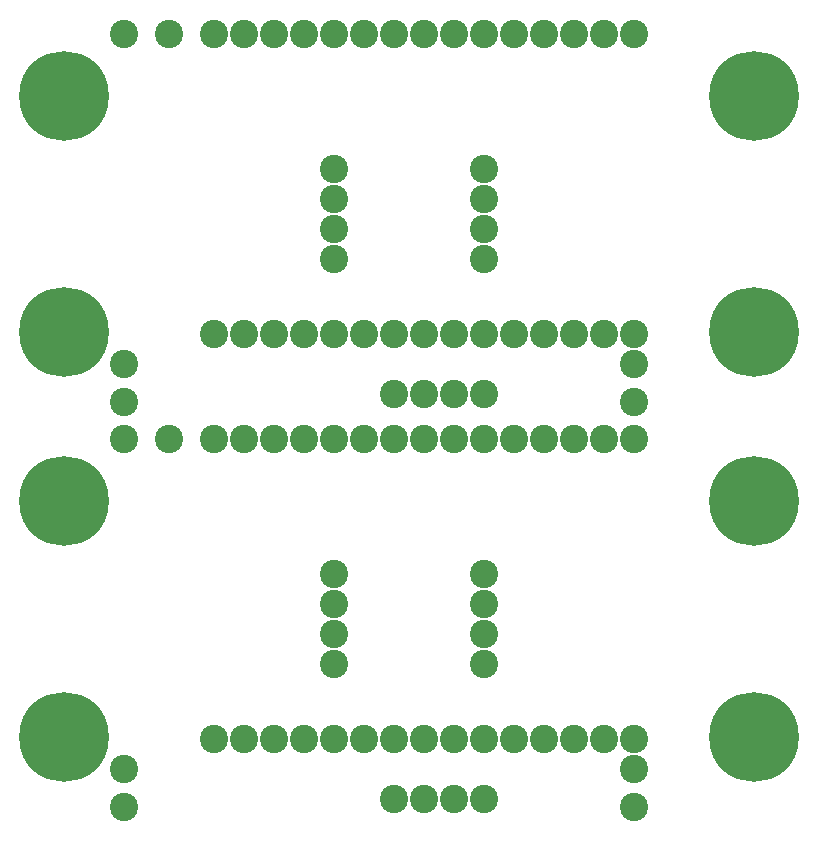
<source format=gbr>
%FSLAX34Y34*%
%MOMM*%
%LNSOLDERMASK_TOP*%
G71*
G01*
%ADD10C, 2.40*%
%ADD11C, 7.60*%
%LPD*%
X539750Y965200D02*
G54D10*
D03*
X514350Y965200D02*
G54D10*
D03*
X488950Y965200D02*
G54D10*
D03*
X463550Y965200D02*
G54D10*
D03*
X438150Y965200D02*
G54D10*
D03*
X412750Y965200D02*
G54D10*
D03*
X387350Y965200D02*
G54D10*
D03*
X361950Y965200D02*
G54D10*
D03*
X336550Y965200D02*
G54D10*
D03*
X311150Y965200D02*
G54D10*
D03*
X285750Y965200D02*
G54D10*
D03*
X260350Y965200D02*
G54D10*
D03*
X234950Y965200D02*
G54D10*
D03*
X209550Y965200D02*
G54D10*
D03*
X184150Y965200D02*
G54D10*
D03*
X184150Y711200D02*
G54D10*
D03*
X209550Y711200D02*
G54D10*
D03*
X234950Y711200D02*
G54D10*
D03*
X260350Y711200D02*
G54D10*
D03*
X285750Y711200D02*
G54D10*
D03*
X311150Y711200D02*
G54D10*
D03*
X336550Y711200D02*
G54D10*
D03*
X361950Y711200D02*
G54D10*
D03*
X387350Y711200D02*
G54D10*
D03*
X412750Y711200D02*
G54D10*
D03*
X438150Y711200D02*
G54D10*
D03*
X463550Y711200D02*
G54D10*
D03*
X488950Y711200D02*
G54D10*
D03*
X514350Y711200D02*
G54D10*
D03*
X539750Y711200D02*
G54D10*
D03*
X412750Y660400D02*
G54D10*
D03*
X387350Y660400D02*
G54D10*
D03*
X361950Y660400D02*
G54D10*
D03*
X336550Y660400D02*
G54D10*
D03*
X412750Y850900D02*
G54D10*
D03*
X412750Y825500D02*
G54D10*
D03*
X412750Y800100D02*
G54D10*
D03*
X412750Y774700D02*
G54D10*
D03*
X57150Y912812D02*
G54D11*
D03*
X57150Y712788D02*
G54D11*
D03*
X641350Y712788D02*
G54D11*
D03*
X641350Y912812D02*
G54D11*
D03*
X209550Y965200D02*
G54D10*
D03*
X412750Y660400D02*
G54D10*
D03*
X412750Y825500D02*
G54D10*
D03*
X209550Y711200D02*
G54D10*
D03*
X285750Y850900D02*
G54D10*
D03*
X285750Y825500D02*
G54D10*
D03*
X285750Y800100D02*
G54D10*
D03*
X285750Y774700D02*
G54D10*
D03*
X285750Y825500D02*
G54D10*
D03*
X107950Y685800D02*
G54D10*
D03*
X107950Y654050D02*
G54D10*
D03*
X107950Y965200D02*
G54D10*
D03*
X146050Y965200D02*
G54D10*
D03*
X539750Y685800D02*
G54D10*
D03*
X539750Y654050D02*
G54D10*
D03*
X539750Y622300D02*
G54D10*
D03*
X514350Y622300D02*
G54D10*
D03*
X488950Y622300D02*
G54D10*
D03*
X463550Y622300D02*
G54D10*
D03*
X438150Y622300D02*
G54D10*
D03*
X412750Y622300D02*
G54D10*
D03*
X387350Y622300D02*
G54D10*
D03*
X361950Y622300D02*
G54D10*
D03*
X336550Y622300D02*
G54D10*
D03*
X311150Y622300D02*
G54D10*
D03*
X285750Y622300D02*
G54D10*
D03*
X260350Y622300D02*
G54D10*
D03*
X234950Y622300D02*
G54D10*
D03*
X209550Y622300D02*
G54D10*
D03*
X184150Y622300D02*
G54D10*
D03*
X184150Y368300D02*
G54D10*
D03*
X209550Y368300D02*
G54D10*
D03*
X234950Y368300D02*
G54D10*
D03*
X260350Y368300D02*
G54D10*
D03*
X285750Y368300D02*
G54D10*
D03*
X311150Y368300D02*
G54D10*
D03*
X336550Y368300D02*
G54D10*
D03*
X361950Y368300D02*
G54D10*
D03*
X387350Y368300D02*
G54D10*
D03*
X412750Y368300D02*
G54D10*
D03*
X438150Y368300D02*
G54D10*
D03*
X463550Y368300D02*
G54D10*
D03*
X488950Y368300D02*
G54D10*
D03*
X514350Y368300D02*
G54D10*
D03*
X539750Y368300D02*
G54D10*
D03*
X412750Y317500D02*
G54D10*
D03*
X387350Y317500D02*
G54D10*
D03*
X361950Y317500D02*
G54D10*
D03*
X336550Y317500D02*
G54D10*
D03*
X412750Y508000D02*
G54D10*
D03*
X412750Y482600D02*
G54D10*
D03*
X412750Y457200D02*
G54D10*
D03*
X412750Y431800D02*
G54D10*
D03*
X57150Y569912D02*
G54D11*
D03*
X57150Y369888D02*
G54D11*
D03*
X641350Y369888D02*
G54D11*
D03*
X641350Y569912D02*
G54D11*
D03*
X209550Y622300D02*
G54D10*
D03*
X412750Y317500D02*
G54D10*
D03*
X412750Y482600D02*
G54D10*
D03*
X209550Y368300D02*
G54D10*
D03*
X285750Y508000D02*
G54D10*
D03*
X285750Y482600D02*
G54D10*
D03*
X285750Y457200D02*
G54D10*
D03*
X285750Y431800D02*
G54D10*
D03*
X285750Y482600D02*
G54D10*
D03*
X107950Y342900D02*
G54D10*
D03*
X107950Y311150D02*
G54D10*
D03*
X107950Y622300D02*
G54D10*
D03*
X146050Y622300D02*
G54D10*
D03*
X539750Y342900D02*
G54D10*
D03*
X539750Y311150D02*
G54D10*
D03*
M02*

</source>
